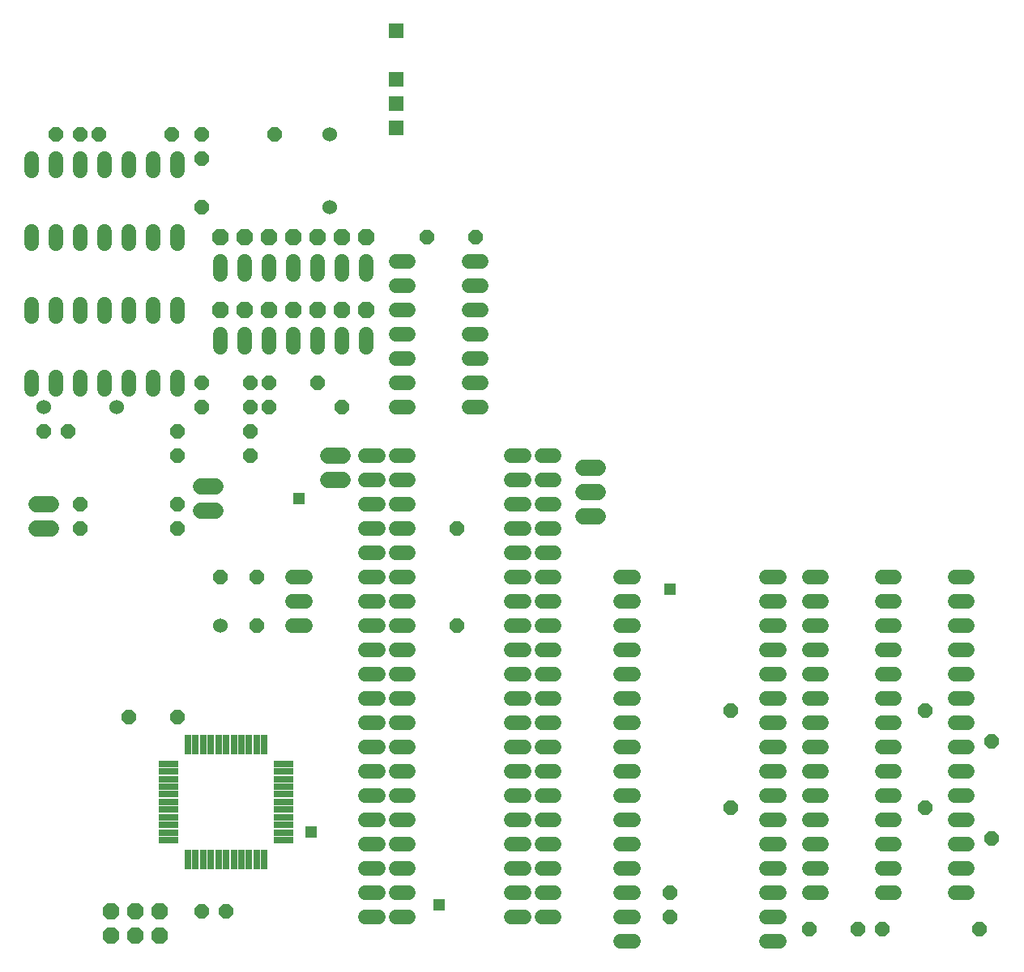
<source format=gts>
G75*
%MOIN*%
%OFA0B0*%
%FSLAX24Y24*%
%IPPOS*%
%LPD*%
%AMOC8*
5,1,8,0,0,1.08239X$1,22.5*
%
%ADD10C,0.0600*%
%ADD11OC8,0.0600*%
%ADD12C,0.0680*%
%ADD13R,0.0789X0.0277*%
%ADD14R,0.0277X0.0789*%
%ADD15OC8,0.0680*%
%ADD16C,0.0600*%
%ADD17R,0.0634X0.0634*%
%ADD18R,0.0476X0.0476*%
D10*
X013114Y014910D02*
X013634Y014910D01*
X013634Y015910D02*
X013114Y015910D01*
X013114Y016910D02*
X013634Y016910D01*
X016114Y016910D02*
X016634Y016910D01*
X017364Y016910D02*
X017884Y016910D01*
X017884Y015910D02*
X017364Y015910D01*
X016634Y015910D02*
X016114Y015910D01*
X016114Y014910D02*
X016634Y014910D01*
X017364Y014910D02*
X017884Y014910D01*
X017884Y013910D02*
X017364Y013910D01*
X016634Y013910D02*
X016114Y013910D01*
X016114Y012910D02*
X016634Y012910D01*
X017364Y012910D02*
X017884Y012910D01*
X017884Y011910D02*
X017364Y011910D01*
X016634Y011910D02*
X016114Y011910D01*
X016114Y010910D02*
X016634Y010910D01*
X017364Y010910D02*
X017884Y010910D01*
X017884Y009910D02*
X017364Y009910D01*
X016634Y009910D02*
X016114Y009910D01*
X016114Y008910D02*
X016634Y008910D01*
X017364Y008910D02*
X017884Y008910D01*
X017884Y007910D02*
X017364Y007910D01*
X016634Y007910D02*
X016114Y007910D01*
X016114Y006910D02*
X016634Y006910D01*
X017364Y006910D02*
X017884Y006910D01*
X017884Y005910D02*
X017364Y005910D01*
X016634Y005910D02*
X016114Y005910D01*
X016114Y004910D02*
X016634Y004910D01*
X017364Y004910D02*
X017884Y004910D01*
X017884Y003910D02*
X017364Y003910D01*
X016634Y003910D02*
X016114Y003910D01*
X016114Y002910D02*
X016634Y002910D01*
X017364Y002910D02*
X017884Y002910D01*
X022114Y002910D02*
X022634Y002910D01*
X023364Y002910D02*
X023884Y002910D01*
X023884Y003910D02*
X023364Y003910D01*
X022634Y003910D02*
X022114Y003910D01*
X022114Y004910D02*
X022634Y004910D01*
X023364Y004910D02*
X023884Y004910D01*
X023884Y005910D02*
X023364Y005910D01*
X022634Y005910D02*
X022114Y005910D01*
X022114Y006910D02*
X022634Y006910D01*
X023364Y006910D02*
X023884Y006910D01*
X023884Y007910D02*
X023364Y007910D01*
X022634Y007910D02*
X022114Y007910D01*
X022114Y008910D02*
X022634Y008910D01*
X023364Y008910D02*
X023884Y008910D01*
X023884Y009910D02*
X023364Y009910D01*
X022634Y009910D02*
X022114Y009910D01*
X022114Y010910D02*
X022634Y010910D01*
X023364Y010910D02*
X023884Y010910D01*
X023884Y011910D02*
X023364Y011910D01*
X022634Y011910D02*
X022114Y011910D01*
X022114Y012910D02*
X022634Y012910D01*
X023364Y012910D02*
X023884Y012910D01*
X023884Y013910D02*
X023364Y013910D01*
X022634Y013910D02*
X022114Y013910D01*
X022114Y014910D02*
X022634Y014910D01*
X023364Y014910D02*
X023884Y014910D01*
X023884Y015910D02*
X023364Y015910D01*
X022634Y015910D02*
X022114Y015910D01*
X022114Y016910D02*
X022634Y016910D01*
X023364Y016910D02*
X023884Y016910D01*
X023884Y017910D02*
X023364Y017910D01*
X022634Y017910D02*
X022114Y017910D01*
X022114Y018910D02*
X022634Y018910D01*
X023364Y018910D02*
X023884Y018910D01*
X023884Y019910D02*
X023364Y019910D01*
X022634Y019910D02*
X022114Y019910D01*
X022114Y020910D02*
X022634Y020910D01*
X023364Y020910D02*
X023884Y020910D01*
X023884Y021910D02*
X023364Y021910D01*
X022634Y021910D02*
X022114Y021910D01*
X020884Y023910D02*
X020364Y023910D01*
X020364Y024910D02*
X020884Y024910D01*
X020884Y025910D02*
X020364Y025910D01*
X020364Y026910D02*
X020884Y026910D01*
X020884Y027910D02*
X020364Y027910D01*
X020364Y028910D02*
X020884Y028910D01*
X020884Y029910D02*
X020364Y029910D01*
X017884Y029910D02*
X017364Y029910D01*
X017364Y028910D02*
X017884Y028910D01*
X017884Y027910D02*
X017364Y027910D01*
X017364Y026910D02*
X017884Y026910D01*
X017884Y025910D02*
X017364Y025910D01*
X017364Y024910D02*
X017884Y024910D01*
X017884Y023910D02*
X017364Y023910D01*
X017364Y021910D02*
X017884Y021910D01*
X017884Y020910D02*
X017364Y020910D01*
X016634Y020910D02*
X016114Y020910D01*
X016114Y019910D02*
X016634Y019910D01*
X017364Y019910D02*
X017884Y019910D01*
X017884Y018910D02*
X017364Y018910D01*
X016634Y018910D02*
X016114Y018910D01*
X016114Y017910D02*
X016634Y017910D01*
X017364Y017910D02*
X017884Y017910D01*
X016634Y021910D02*
X016114Y021910D01*
X016124Y026400D02*
X016124Y026920D01*
X015124Y026920D02*
X015124Y026400D01*
X014124Y026400D02*
X014124Y026920D01*
X013124Y026920D02*
X013124Y026400D01*
X012124Y026400D02*
X012124Y026920D01*
X011124Y026920D02*
X011124Y026400D01*
X010124Y026400D02*
X010124Y026920D01*
X008374Y027650D02*
X008374Y028170D01*
X007374Y028170D02*
X007374Y027650D01*
X006374Y027650D02*
X006374Y028170D01*
X005374Y028170D02*
X005374Y027650D01*
X004374Y027650D02*
X004374Y028170D01*
X003374Y028170D02*
X003374Y027650D01*
X002374Y027650D02*
X002374Y028170D01*
X002374Y030650D02*
X002374Y031170D01*
X003374Y031170D02*
X003374Y030650D01*
X004374Y030650D02*
X004374Y031170D01*
X005374Y031170D02*
X005374Y030650D01*
X006374Y030650D02*
X006374Y031170D01*
X007374Y031170D02*
X007374Y030650D01*
X008374Y030650D02*
X008374Y031170D01*
X010124Y029920D02*
X010124Y029400D01*
X011124Y029400D02*
X011124Y029920D01*
X012124Y029920D02*
X012124Y029400D01*
X013124Y029400D02*
X013124Y029920D01*
X014124Y029920D02*
X014124Y029400D01*
X015124Y029400D02*
X015124Y029920D01*
X016124Y029920D02*
X016124Y029400D01*
X008374Y025170D02*
X008374Y024650D01*
X007374Y024650D02*
X007374Y025170D01*
X006374Y025170D02*
X006374Y024650D01*
X005374Y024650D02*
X005374Y025170D01*
X004374Y025170D02*
X004374Y024650D01*
X003374Y024650D02*
X003374Y025170D01*
X002374Y025170D02*
X002374Y024650D01*
X002374Y033650D02*
X002374Y034170D01*
X003374Y034170D02*
X003374Y033650D01*
X004374Y033650D02*
X004374Y034170D01*
X005374Y034170D02*
X005374Y033650D01*
X006374Y033650D02*
X006374Y034170D01*
X007374Y034170D02*
X007374Y033650D01*
X008374Y033650D02*
X008374Y034170D01*
X026614Y016910D02*
X027134Y016910D01*
X027134Y015910D02*
X026614Y015910D01*
X026614Y014910D02*
X027134Y014910D01*
X027134Y013910D02*
X026614Y013910D01*
X026614Y012910D02*
X027134Y012910D01*
X027134Y011910D02*
X026614Y011910D01*
X026614Y010910D02*
X027134Y010910D01*
X027134Y009910D02*
X026614Y009910D01*
X026614Y008910D02*
X027134Y008910D01*
X027134Y007910D02*
X026614Y007910D01*
X026614Y006910D02*
X027134Y006910D01*
X027134Y005910D02*
X026614Y005910D01*
X026614Y004910D02*
X027134Y004910D01*
X027134Y003910D02*
X026614Y003910D01*
X026614Y002910D02*
X027134Y002910D01*
X027134Y001910D02*
X026614Y001910D01*
X032614Y001910D02*
X033134Y001910D01*
X033134Y002910D02*
X032614Y002910D01*
X032614Y003910D02*
X033134Y003910D01*
X033134Y004910D02*
X032614Y004910D01*
X032614Y005910D02*
X033134Y005910D01*
X033134Y006910D02*
X032614Y006910D01*
X032614Y007910D02*
X033134Y007910D01*
X033134Y008910D02*
X032614Y008910D01*
X032614Y009910D02*
X033134Y009910D01*
X033134Y010910D02*
X032614Y010910D01*
X032614Y011910D02*
X033134Y011910D01*
X033134Y012910D02*
X032614Y012910D01*
X032614Y013910D02*
X033134Y013910D01*
X033134Y014910D02*
X032614Y014910D01*
X032614Y015910D02*
X033134Y015910D01*
X033134Y016910D02*
X032614Y016910D01*
X034364Y016910D02*
X034884Y016910D01*
X034364Y016910D01*
X034364Y015910D02*
X034884Y015910D01*
X034364Y015910D01*
X034364Y014910D02*
X034884Y014910D01*
X034364Y014910D01*
X034364Y013910D02*
X034884Y013910D01*
X034364Y013910D01*
X034364Y012910D02*
X034884Y012910D01*
X034364Y012910D01*
X034364Y011910D02*
X034884Y011910D01*
X034364Y011910D01*
X034364Y010910D02*
X034884Y010910D01*
X034364Y010910D01*
X034364Y009910D02*
X034884Y009910D01*
X034364Y009910D01*
X034364Y008910D02*
X034884Y008910D01*
X034364Y008910D01*
X034364Y007910D02*
X034884Y007910D01*
X034364Y007910D01*
X034364Y006910D02*
X034884Y006910D01*
X034364Y006910D01*
X034364Y005910D02*
X034884Y005910D01*
X034364Y005910D01*
X034364Y004910D02*
X034884Y004910D01*
X034364Y004910D01*
X034364Y003910D02*
X034884Y003910D01*
X034364Y003910D01*
X037364Y003910D02*
X037884Y003910D01*
X037884Y004910D02*
X037364Y004910D01*
X037364Y005910D02*
X037884Y005910D01*
X037884Y006910D02*
X037364Y006910D01*
X037364Y007910D02*
X037884Y007910D01*
X037884Y008910D02*
X037364Y008910D01*
X037364Y009910D02*
X037884Y009910D01*
X037884Y010910D02*
X037364Y010910D01*
X037364Y011910D02*
X037884Y011910D01*
X037884Y012910D02*
X037364Y012910D01*
X037364Y013910D02*
X037884Y013910D01*
X037884Y014910D02*
X037364Y014910D01*
X037364Y015910D02*
X037884Y015910D01*
X037884Y016910D02*
X037364Y016910D01*
X040364Y016910D02*
X040884Y016910D01*
X040884Y015910D02*
X040364Y015910D01*
X040364Y014910D02*
X040884Y014910D01*
X040884Y013910D02*
X040364Y013910D01*
X040364Y012910D02*
X040884Y012910D01*
X040884Y011910D02*
X040364Y011910D01*
X040364Y010910D02*
X040884Y010910D01*
X040884Y009910D02*
X040364Y009910D01*
X040364Y008910D02*
X040884Y008910D01*
X040884Y007910D02*
X040364Y007910D01*
X040364Y006910D02*
X040884Y006910D01*
X040884Y005910D02*
X040364Y005910D01*
X040364Y004910D02*
X040884Y004910D01*
X040884Y003910D02*
X040364Y003910D01*
D11*
X041374Y002410D03*
X041874Y006160D03*
X039124Y007410D03*
X041874Y010160D03*
X039124Y011410D03*
X031124Y011410D03*
X031124Y007410D03*
X028624Y003910D03*
X028624Y002910D03*
X034374Y002410D03*
X036374Y002410D03*
X037374Y002410D03*
X019874Y014910D03*
X019874Y018910D03*
X015124Y023910D03*
X014124Y024910D03*
X012124Y024910D03*
X011374Y024910D03*
X011374Y023910D03*
X012124Y023910D03*
X011374Y022910D03*
X011374Y021910D03*
X009374Y023910D03*
X009374Y024910D03*
X008374Y022910D03*
X008374Y021910D03*
X008374Y019910D03*
X008374Y018910D03*
X010124Y016910D03*
X011624Y016910D03*
X011624Y014910D03*
X008374Y011160D03*
X006374Y011160D03*
X009374Y003160D03*
X010374Y003160D03*
X004374Y018910D03*
X004374Y019910D03*
X003874Y022910D03*
X002874Y022910D03*
X009374Y032160D03*
X009374Y034160D03*
X009374Y035160D03*
X008124Y035160D03*
X005124Y035160D03*
X004374Y035160D03*
X003374Y035160D03*
X012374Y035160D03*
X018624Y030910D03*
X020624Y030910D03*
D12*
X015174Y021910D02*
X014574Y021910D01*
X014574Y020910D02*
X015174Y020910D01*
X009924Y020660D02*
X009324Y020660D01*
X009324Y019660D02*
X009924Y019660D01*
X003174Y019910D02*
X002574Y019910D01*
X002574Y018910D02*
X003174Y018910D01*
X025074Y019410D02*
X025674Y019410D01*
X025674Y020410D02*
X025074Y020410D01*
X025074Y021410D02*
X025674Y021410D01*
D13*
X012736Y009235D03*
X012736Y008920D03*
X012736Y008605D03*
X012736Y008290D03*
X012736Y007975D03*
X012736Y007660D03*
X012736Y007345D03*
X012736Y007030D03*
X012736Y006715D03*
X012736Y006400D03*
X012736Y006085D03*
X008012Y006085D03*
X008012Y006400D03*
X008012Y006715D03*
X008012Y007030D03*
X008012Y007345D03*
X008012Y007660D03*
X008012Y007975D03*
X008012Y008290D03*
X008012Y008605D03*
X008012Y008920D03*
X008012Y009235D03*
D14*
X008799Y010022D03*
X009114Y010022D03*
X009429Y010022D03*
X009744Y010022D03*
X010059Y010022D03*
X010374Y010022D03*
X010689Y010022D03*
X011004Y010022D03*
X011319Y010022D03*
X011634Y010022D03*
X011949Y010022D03*
X011949Y005298D03*
X011634Y005298D03*
X011319Y005298D03*
X011004Y005298D03*
X010689Y005298D03*
X010374Y005298D03*
X010059Y005298D03*
X009744Y005298D03*
X009429Y005298D03*
X009114Y005298D03*
X008799Y005298D03*
D15*
X005624Y002160D03*
X006624Y002160D03*
X007624Y002160D03*
X007624Y003160D03*
X006624Y003160D03*
X005624Y003160D03*
X010124Y027910D03*
X011124Y027910D03*
X012124Y027910D03*
X013124Y027910D03*
X014124Y027910D03*
X015124Y027910D03*
X016124Y027910D03*
X016124Y030910D03*
X015124Y030910D03*
X014124Y030910D03*
X013124Y030910D03*
X012124Y030910D03*
X011124Y030910D03*
X010124Y030910D03*
D16*
X014624Y032160D03*
X014624Y035160D03*
X005874Y023910D03*
X002874Y023910D03*
X010124Y014910D03*
D17*
X017374Y035410D03*
X017374Y036410D03*
X017374Y037410D03*
X017374Y039410D03*
D18*
X013374Y020160D03*
X013874Y006410D03*
X019124Y003410D03*
X028624Y016410D03*
M02*

</source>
